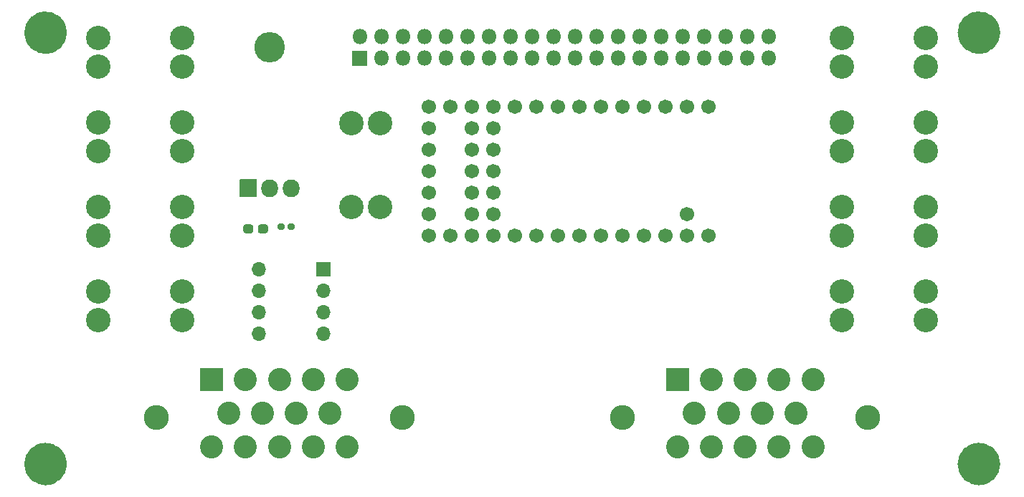
<source format=gts>
%TF.GenerationSoftware,KiCad,Pcbnew,(5.1.9)-1*%
%TF.CreationDate,2022-01-24T01:27:23-08:00*%
%TF.ProjectId,MAIN_daq,4d41494e-5f64-4617-912e-6b696361645f,v1.0*%
%TF.SameCoordinates,Original*%
%TF.FileFunction,Soldermask,Top*%
%TF.FilePolarity,Negative*%
%FSLAX46Y46*%
G04 Gerber Fmt 4.6, Leading zero omitted, Abs format (unit mm)*
G04 Created by KiCad (PCBNEW (5.1.9)-1) date 2022-01-24 01:27:23*
%MOMM*%
%LPD*%
G01*
G04 APERTURE LIST*
%ADD10C,2.500000*%
%ADD11C,2.951600*%
%ADD12C,2.726600*%
%ADD13C,2.881600*%
%ADD14O,1.801600X1.801600*%
%ADD15C,1.701600*%
%ADD16O,1.701600X1.701600*%
%ADD17O,2.006600X2.101600*%
%ADD18O,3.601600X3.601600*%
G04 APERTURE END LIST*
D10*
X183850000Y-80000000D02*
G75*
G03*
X183850000Y-80000000I-1250000J0D01*
G01*
X73650000Y-80000000D02*
G75*
G03*
X73650000Y-80000000I-1250000J0D01*
G01*
X73650000Y-131000000D02*
G75*
G03*
X73650000Y-131000000I-1250000J0D01*
G01*
X183850000Y-131000000D02*
G75*
G03*
X183850000Y-131000000I-1250000J0D01*
G01*
X183850000Y-80000000D02*
G75*
G03*
X183850000Y-80000000I-1250000J0D01*
G01*
X73650000Y-80000000D02*
G75*
G03*
X73650000Y-80000000I-1250000J0D01*
G01*
X73650000Y-131000000D02*
G75*
G03*
X73650000Y-131000000I-1250000J0D01*
G01*
X183850000Y-131000000D02*
G75*
G03*
X183850000Y-131000000I-1250000J0D01*
G01*
D11*
%TO.C,J2*%
X169500000Y-125500000D03*
X140500000Y-125500000D03*
D12*
X163000000Y-129000000D03*
X159000000Y-129000000D03*
X155000000Y-129000000D03*
X151000000Y-129000000D03*
X147000000Y-129000000D03*
X161000000Y-125000000D03*
X157000000Y-125000000D03*
X153000000Y-125000000D03*
X149000000Y-125000000D03*
X163000000Y-121000000D03*
X159000000Y-121000000D03*
X155000000Y-121000000D03*
X151000000Y-121000000D03*
G36*
G01*
X145636700Y-122312500D02*
X145636700Y-119687500D01*
G75*
G02*
X145687500Y-119636700I50800J0D01*
G01*
X148312500Y-119636700D01*
G75*
G02*
X148363300Y-119687500I0J-50800D01*
G01*
X148363300Y-122312500D01*
G75*
G02*
X148312500Y-122363300I-50800J0D01*
G01*
X145687500Y-122363300D01*
G75*
G02*
X145636700Y-122312500I0J50800D01*
G01*
G37*
%TD*%
D11*
%TO.C,J1*%
X114500000Y-125500000D03*
X85500000Y-125500000D03*
D12*
X108000000Y-129000000D03*
X104000000Y-129000000D03*
X100000000Y-129000000D03*
X96000000Y-129000000D03*
X92000000Y-129000000D03*
X106000000Y-125000000D03*
X102000000Y-125000000D03*
X98000000Y-125000000D03*
X94000000Y-125000000D03*
X108000000Y-121000000D03*
X104000000Y-121000000D03*
X100000000Y-121000000D03*
X96000000Y-121000000D03*
G36*
G01*
X90636700Y-122312500D02*
X90636700Y-119687500D01*
G75*
G02*
X90687500Y-119636700I50800J0D01*
G01*
X93312500Y-119636700D01*
G75*
G02*
X93363300Y-119687500I0J-50800D01*
G01*
X93363300Y-122312500D01*
G75*
G02*
X93312500Y-122363300I-50800J0D01*
G01*
X90687500Y-122363300D01*
G75*
G02*
X90636700Y-122312500I0J50800D01*
G01*
G37*
%TD*%
%TO.C,C1*%
G36*
G01*
X95749200Y-103462900D02*
X95749200Y-102937100D01*
G75*
G02*
X96012100Y-102674200I262900J0D01*
G01*
X96662900Y-102674200D01*
G75*
G02*
X96925800Y-102937100I0J-262900D01*
G01*
X96925800Y-103462900D01*
G75*
G02*
X96662900Y-103725800I-262900J0D01*
G01*
X96012100Y-103725800D01*
G75*
G02*
X95749200Y-103462900I0J262900D01*
G01*
G37*
G36*
G01*
X97474200Y-103462900D02*
X97474200Y-102937100D01*
G75*
G02*
X97737100Y-102674200I262900J0D01*
G01*
X98387900Y-102674200D01*
G75*
G02*
X98650800Y-102937100I0J-262900D01*
G01*
X98650800Y-103462900D01*
G75*
G02*
X98387900Y-103725800I-262900J0D01*
G01*
X97737100Y-103725800D01*
G75*
G02*
X97474200Y-103462900I0J262900D01*
G01*
G37*
%TD*%
%TO.C,C2*%
G36*
G01*
X101785800Y-102749600D02*
X101785800Y-103110400D01*
G75*
G02*
X101605400Y-103290800I-180400J0D01*
G01*
X101129600Y-103290800D01*
G75*
G02*
X100949200Y-103110400I0J180400D01*
G01*
X100949200Y-102749600D01*
G75*
G02*
X101129600Y-102569200I180400J0D01*
G01*
X101605400Y-102569200D01*
G75*
G02*
X101785800Y-102749600I0J-180400D01*
G01*
G37*
G36*
G01*
X100650800Y-102749600D02*
X100650800Y-103110400D01*
G75*
G02*
X100470400Y-103290800I-180400J0D01*
G01*
X99994600Y-103290800D01*
G75*
G02*
X99814200Y-103110400I0J180400D01*
G01*
X99814200Y-102749600D01*
G75*
G02*
X99994600Y-102569200I180400J0D01*
G01*
X100470400Y-102569200D01*
G75*
G02*
X100650800Y-102749600I0J-180400D01*
G01*
G37*
%TD*%
D13*
%TO.C,F1*%
X88560000Y-84000000D03*
X88560000Y-80600000D03*
X78640000Y-84000000D03*
X78640000Y-80600000D03*
%TD*%
%TO.C,F2*%
X78640000Y-90600000D03*
X78640000Y-94000000D03*
X88560000Y-90600000D03*
X88560000Y-94000000D03*
%TD*%
%TO.C,F3*%
X88560000Y-104000000D03*
X88560000Y-100600000D03*
X78640000Y-104000000D03*
X78640000Y-100600000D03*
%TD*%
%TO.C,F4*%
X78640000Y-110600000D03*
X78640000Y-114000000D03*
X88560000Y-110600000D03*
X88560000Y-114000000D03*
%TD*%
%TO.C,F5*%
X166440000Y-80600000D03*
X166440000Y-84000000D03*
X176360000Y-80600000D03*
X176360000Y-84000000D03*
%TD*%
%TO.C,F6*%
X176360000Y-94000000D03*
X176360000Y-90600000D03*
X166440000Y-94000000D03*
X166440000Y-90600000D03*
%TD*%
%TO.C,F7*%
X166440000Y-100600000D03*
X166440000Y-104000000D03*
X176360000Y-100600000D03*
X176360000Y-104000000D03*
%TD*%
%TO.C,F8*%
X176360000Y-114000000D03*
X176360000Y-110600000D03*
X166440000Y-114000000D03*
X166440000Y-110600000D03*
%TD*%
%TO.C,F9*%
X111907500Y-90680000D03*
X108507500Y-90680000D03*
X111907500Y-100600000D03*
X108507500Y-100600000D03*
%TD*%
D14*
%TO.C,J3*%
X157770000Y-80490000D03*
X157770000Y-83030000D03*
X155230000Y-80490000D03*
X155230000Y-83030000D03*
X152690000Y-80490000D03*
X152690000Y-83030000D03*
X150150000Y-80490000D03*
X150150000Y-83030000D03*
X147610000Y-80490000D03*
X147610000Y-83030000D03*
X145070000Y-80490000D03*
X145070000Y-83030000D03*
X142530000Y-80490000D03*
X142530000Y-83030000D03*
X139990000Y-80490000D03*
X139990000Y-83030000D03*
X137450000Y-80490000D03*
X137450000Y-83030000D03*
X134910000Y-80490000D03*
X134910000Y-83030000D03*
X132370000Y-80490000D03*
X132370000Y-83030000D03*
X129830000Y-80490000D03*
X129830000Y-83030000D03*
X127290000Y-80490000D03*
X127290000Y-83030000D03*
X124750000Y-80490000D03*
X124750000Y-83030000D03*
X122210000Y-80490000D03*
X122210000Y-83030000D03*
X119670000Y-80490000D03*
X119670000Y-83030000D03*
X117130000Y-80490000D03*
X117130000Y-83030000D03*
X114590000Y-80490000D03*
X114590000Y-83030000D03*
X112050000Y-80490000D03*
X112050000Y-83030000D03*
X109510000Y-80490000D03*
G36*
G01*
X110360000Y-83930800D02*
X108660000Y-83930800D01*
G75*
G02*
X108609200Y-83880000I0J50800D01*
G01*
X108609200Y-82180000D01*
G75*
G02*
X108660000Y-82129200I50800J0D01*
G01*
X110360000Y-82129200D01*
G75*
G02*
X110410800Y-82180000I0J-50800D01*
G01*
X110410800Y-83880000D01*
G75*
G02*
X110360000Y-83930800I-50800J0D01*
G01*
G37*
%TD*%
D15*
%TO.C,U1*%
X117615000Y-96400000D03*
X117615000Y-98940000D03*
X117615000Y-101480000D03*
X117615000Y-104020000D03*
X117615000Y-93860000D03*
X117615000Y-91320000D03*
X117615000Y-88780000D03*
X120155000Y-104020000D03*
X122695000Y-104020000D03*
X125235000Y-104020000D03*
X127775000Y-104020000D03*
X130315000Y-104020000D03*
X132855000Y-104020000D03*
X135395000Y-104020000D03*
X137935000Y-104020000D03*
X140475000Y-104020000D03*
X143015000Y-104020000D03*
X145555000Y-104020000D03*
X148095000Y-104020000D03*
X150635000Y-104020000D03*
X148095000Y-101480000D03*
X120155000Y-88780000D03*
X122695000Y-88780000D03*
X125235000Y-88780000D03*
X127775000Y-88780000D03*
X130315000Y-88780000D03*
X132855000Y-88780000D03*
X135395000Y-88780000D03*
X137935000Y-88780000D03*
X140475000Y-88780000D03*
X143015000Y-88780000D03*
X145555000Y-88780000D03*
X148095000Y-88780000D03*
X150635000Y-88780000D03*
X122695000Y-101480000D03*
X125235000Y-101480000D03*
X122695000Y-98940000D03*
X125235000Y-98940000D03*
X122695000Y-96400000D03*
X125235000Y-96400000D03*
X122695000Y-93860000D03*
X125235000Y-93860000D03*
X122695000Y-91320000D03*
X125235000Y-91320000D03*
%TD*%
%TO.C,U3*%
G36*
G01*
X106050800Y-107200000D02*
X106050800Y-108800000D01*
G75*
G02*
X106000000Y-108850800I-50800J0D01*
G01*
X104400000Y-108850800D01*
G75*
G02*
X104349200Y-108800000I0J50800D01*
G01*
X104349200Y-107200000D01*
G75*
G02*
X104400000Y-107149200I50800J0D01*
G01*
X106000000Y-107149200D01*
G75*
G02*
X106050800Y-107200000I0J-50800D01*
G01*
G37*
D16*
X97580000Y-115620000D03*
X105200000Y-110540000D03*
X97580000Y-113080000D03*
X105200000Y-113080000D03*
X97580000Y-110540000D03*
X105200000Y-115620000D03*
X97580000Y-108000000D03*
%TD*%
D17*
%TO.C,U2*%
X101410000Y-98390000D03*
X98870000Y-98390000D03*
G36*
G01*
X95326700Y-99390000D02*
X95326700Y-97390000D01*
G75*
G02*
X95377500Y-97339200I50800J0D01*
G01*
X97282500Y-97339200D01*
G75*
G02*
X97333300Y-97390000I0J-50800D01*
G01*
X97333300Y-99390000D01*
G75*
G02*
X97282500Y-99440800I-50800J0D01*
G01*
X95377500Y-99440800D01*
G75*
G02*
X95326700Y-99390000I0J50800D01*
G01*
G37*
D18*
X98870000Y-81730000D03*
%TD*%
M02*

</source>
